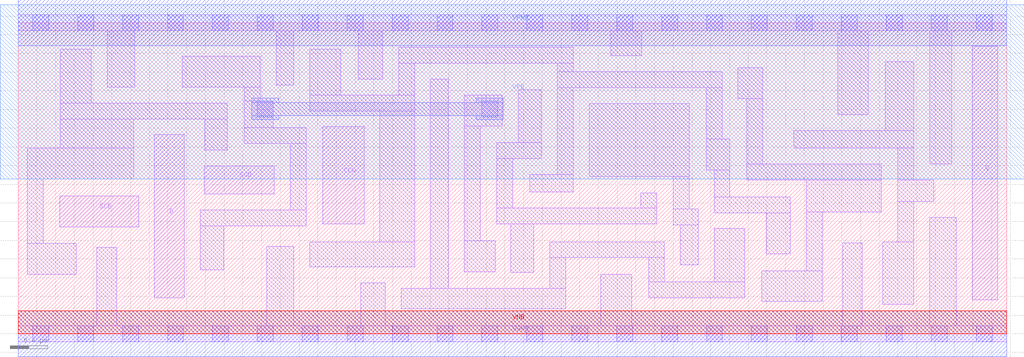
<source format=lef>
# Copyright 2020 The SkyWater PDK Authors
#
# Licensed under the Apache License, Version 2.0 (the "License");
# you may not use this file except in compliance with the License.
# You may obtain a copy of the License at
#
#     https://www.apache.org/licenses/LICENSE-2.0
#
# Unless required by applicable law or agreed to in writing, software
# distributed under the License is distributed on an "AS IS" BASIS,
# WITHOUT WARRANTIES OR CONDITIONS OF ANY KIND, either express or implied.
# See the License for the specific language governing permissions and
# limitations under the License.
#
# SPDX-License-Identifier: Apache-2.0

VERSION 5.7 ;
  NOWIREEXTENSIONATPIN ON ;
  DIVIDERCHAR "/" ;
  BUSBITCHARS "[]" ;
MACRO sky130_fd_sc_lp__sdfxtp_1
  CLASS CORE ;
  FOREIGN sky130_fd_sc_lp__sdfxtp_1 ;
  ORIGIN  0.000000  0.000000 ;
  SIZE  10.56000 BY  3.330000 ;
  SYMMETRY X Y R90 ;
  SITE unit ;
  PIN D
    ANTENNAGATEAREA  0.159000 ;
    DIRECTION INPUT ;
    USE SIGNAL ;
    PORT
      LAYER li1 ;
        RECT 1.455000 0.385000 1.775000 2.130000 ;
    END
  END D
  PIN Q
    ANTENNADIFFAREA  0.556500 ;
    DIRECTION OUTPUT ;
    USE SIGNAL ;
    PORT
      LAYER li1 ;
        RECT 10.195000 0.365000 10.465000 3.075000 ;
    END
  END Q
  PIN SCD
    ANTENNAGATEAREA  0.159000 ;
    DIRECTION INPUT ;
    USE SIGNAL ;
    PORT
      LAYER li1 ;
        RECT 1.985000 1.495000 2.735000 1.795000 ;
    END
  END SCD
  PIN SCE
    ANTENNAGATEAREA  0.318000 ;
    DIRECTION INPUT ;
    USE SIGNAL ;
    PORT
      LAYER li1 ;
        RECT 0.445000 1.145000 1.285000 1.475000 ;
    END
  END SCE
  PIN CLK
    ANTENNAGATEAREA  0.159000 ;
    DIRECTION INPUT ;
    USE CLOCK ;
    PORT
      LAYER li1 ;
        RECT 3.255000 1.175000 3.695000 2.215000 ;
    END
  END CLK
  PIN VGND
    DIRECTION INOUT ;
    USE GROUND ;
    PORT
      LAYER met1 ;
        RECT 0.000000 -0.245000 10.560000 0.245000 ;
    END
  END VGND
  PIN VNB
    DIRECTION INOUT ;
    USE GROUND ;
    PORT
      LAYER pwell ;
        RECT 0.000000 0.000000 10.560000 0.245000 ;
    END
  END VNB
  PIN VPB
    DIRECTION INOUT ;
    USE POWER ;
    PORT
      LAYER nwell ;
        RECT -0.190000 1.655000 10.750000 3.520000 ;
    END
  END VPB
  PIN VPWR
    DIRECTION INOUT ;
    USE POWER ;
    PORT
      LAYER met1 ;
        RECT 0.000000 3.085000 10.560000 3.575000 ;
    END
  END VPWR
  OBS
    LAYER li1 ;
      RECT 0.000000 -0.085000 10.560000 0.085000 ;
      RECT 0.000000  3.245000 10.560000 3.415000 ;
      RECT 0.095000  0.635000  0.620000 0.965000 ;
      RECT 0.095000  0.965000  0.265000 1.655000 ;
      RECT 0.095000  1.655000  1.235000 1.985000 ;
      RECT 0.450000  1.985000  1.235000 2.300000 ;
      RECT 0.450000  2.300000  2.235000 2.470000 ;
      RECT 0.450000  2.470000  0.780000 3.045000 ;
      RECT 0.840000  0.085000  1.050000 0.925000 ;
      RECT 0.950000  2.640000  1.245000 3.245000 ;
      RECT 1.750000  2.640000  2.585000 2.970000 ;
      RECT 1.945000  0.685000  2.195000 1.155000 ;
      RECT 1.945000  1.155000  3.075000 1.325000 ;
      RECT 1.995000  1.965000  2.235000 2.300000 ;
      RECT 2.415000  2.035000  3.075000 2.205000 ;
      RECT 2.415000  2.205000  2.725000 2.490000 ;
      RECT 2.415000  2.490000  2.585000 2.640000 ;
      RECT 2.655000  0.085000  2.945000 0.935000 ;
      RECT 2.755000  2.660000  2.945000 3.245000 ;
      RECT 2.905000  1.325000  3.075000 2.035000 ;
      RECT 3.115000  0.715000  4.235000 0.985000 ;
      RECT 3.115000  2.385000  4.235000 2.555000 ;
      RECT 3.115000  2.555000  3.445000 3.045000 ;
      RECT 3.635000  2.725000  3.895000 3.245000 ;
      RECT 3.660000  0.085000  3.920000 0.545000 ;
      RECT 3.865000  0.985000  4.235000 2.385000 ;
      RECT 4.065000  2.555000  4.235000 2.895000 ;
      RECT 4.065000  2.895000  5.930000 3.065000 ;
      RECT 4.090000  0.265000  5.850000 0.485000 ;
      RECT 4.405000  0.485000  4.595000 2.725000 ;
      RECT 4.765000  0.665000  5.095000 0.995000 ;
      RECT 4.765000  0.995000  4.935000 2.225000 ;
      RECT 4.765000  2.225000  5.170000 2.555000 ;
      RECT 5.115000  1.175000  6.820000 1.345000 ;
      RECT 5.115000  1.345000  5.285000 1.875000 ;
      RECT 5.115000  1.875000  5.590000 2.045000 ;
      RECT 5.265000  0.655000  5.510000 1.175000 ;
      RECT 5.340000  2.045000  5.590000 2.615000 ;
      RECT 5.465000  1.515000  5.930000 1.705000 ;
      RECT 5.680000  0.485000  5.850000 0.815000 ;
      RECT 5.680000  0.815000  6.905000 0.985000 ;
      RECT 5.760000  1.705000  5.930000 2.635000 ;
      RECT 5.760000  2.635000  7.520000 2.805000 ;
      RECT 5.760000  2.805000  5.930000 2.895000 ;
      RECT 6.100000  1.685000  7.170000 2.465000 ;
      RECT 6.225000  0.085000  6.555000 0.635000 ;
      RECT 6.330000  2.975000  6.660000 3.245000 ;
      RECT 6.650000  1.345000  6.820000 1.505000 ;
      RECT 6.735000  0.385000  7.765000 0.555000 ;
      RECT 6.735000  0.555000  6.905000 0.815000 ;
      RECT 7.000000  1.165000  7.265000 1.335000 ;
      RECT 7.000000  1.335000  7.170000 1.685000 ;
      RECT 7.075000  0.735000  7.265000 1.165000 ;
      RECT 7.350000  1.755000  7.605000 2.085000 ;
      RECT 7.350000  2.085000  7.520000 2.635000 ;
      RECT 7.435000  0.555000  7.765000 1.125000 ;
      RECT 7.435000  1.295000  8.250000 1.465000 ;
      RECT 7.435000  1.465000  7.605000 1.755000 ;
      RECT 7.690000  2.515000  7.955000 2.845000 ;
      RECT 7.785000  1.645000  9.220000 1.815000 ;
      RECT 7.785000  1.815000  7.955000 2.515000 ;
      RECT 7.945000  0.345000  8.590000 0.675000 ;
      RECT 7.990000  0.855000  8.250000 1.295000 ;
      RECT 8.285000  1.985000  9.570000 2.175000 ;
      RECT 8.420000  0.675000  8.590000 1.305000 ;
      RECT 8.420000  1.305000  9.220000 1.645000 ;
      RECT 8.755000  2.345000  9.085000 3.245000 ;
      RECT 8.810000  0.085000  9.020000 0.975000 ;
      RECT 9.240000  0.315000  9.570000 0.985000 ;
      RECT 9.265000  2.175000  9.570000 2.910000 ;
      RECT 9.400000  0.985000  9.570000 1.415000 ;
      RECT 9.400000  1.415000  9.780000 1.645000 ;
      RECT 9.400000  1.645000  9.570000 1.985000 ;
      RECT 9.740000  0.085000 10.025000 1.245000 ;
      RECT 9.740000  1.815000  9.975000 3.245000 ;
    LAYER mcon ;
      RECT  0.155000 -0.085000  0.325000 0.085000 ;
      RECT  0.155000  3.245000  0.325000 3.415000 ;
      RECT  0.635000 -0.085000  0.805000 0.085000 ;
      RECT  0.635000  3.245000  0.805000 3.415000 ;
      RECT  1.115000 -0.085000  1.285000 0.085000 ;
      RECT  1.115000  3.245000  1.285000 3.415000 ;
      RECT  1.595000 -0.085000  1.765000 0.085000 ;
      RECT  1.595000  3.245000  1.765000 3.415000 ;
      RECT  2.075000 -0.085000  2.245000 0.085000 ;
      RECT  2.075000  3.245000  2.245000 3.415000 ;
      RECT  2.555000 -0.085000  2.725000 0.085000 ;
      RECT  2.555000  2.320000  2.725000 2.490000 ;
      RECT  2.555000  3.245000  2.725000 3.415000 ;
      RECT  3.035000 -0.085000  3.205000 0.085000 ;
      RECT  3.035000  3.245000  3.205000 3.415000 ;
      RECT  3.515000 -0.085000  3.685000 0.085000 ;
      RECT  3.515000  3.245000  3.685000 3.415000 ;
      RECT  3.995000 -0.085000  4.165000 0.085000 ;
      RECT  3.995000  3.245000  4.165000 3.415000 ;
      RECT  4.475000 -0.085000  4.645000 0.085000 ;
      RECT  4.475000  3.245000  4.645000 3.415000 ;
      RECT  4.955000 -0.085000  5.125000 0.085000 ;
      RECT  4.955000  2.320000  5.125000 2.490000 ;
      RECT  4.955000  3.245000  5.125000 3.415000 ;
      RECT  5.435000 -0.085000  5.605000 0.085000 ;
      RECT  5.435000  3.245000  5.605000 3.415000 ;
      RECT  5.915000 -0.085000  6.085000 0.085000 ;
      RECT  5.915000  3.245000  6.085000 3.415000 ;
      RECT  6.395000 -0.085000  6.565000 0.085000 ;
      RECT  6.395000  3.245000  6.565000 3.415000 ;
      RECT  6.875000 -0.085000  7.045000 0.085000 ;
      RECT  6.875000  3.245000  7.045000 3.415000 ;
      RECT  7.355000 -0.085000  7.525000 0.085000 ;
      RECT  7.355000  3.245000  7.525000 3.415000 ;
      RECT  7.835000 -0.085000  8.005000 0.085000 ;
      RECT  7.835000  3.245000  8.005000 3.415000 ;
      RECT  8.315000 -0.085000  8.485000 0.085000 ;
      RECT  8.315000  3.245000  8.485000 3.415000 ;
      RECT  8.795000 -0.085000  8.965000 0.085000 ;
      RECT  8.795000  3.245000  8.965000 3.415000 ;
      RECT  9.275000 -0.085000  9.445000 0.085000 ;
      RECT  9.275000  3.245000  9.445000 3.415000 ;
      RECT  9.755000 -0.085000  9.925000 0.085000 ;
      RECT  9.755000  3.245000  9.925000 3.415000 ;
      RECT 10.235000 -0.085000 10.405000 0.085000 ;
      RECT 10.235000  3.245000 10.405000 3.415000 ;
    LAYER met1 ;
      RECT 2.495000 2.290000 2.785000 2.335000 ;
      RECT 2.495000 2.335000 5.185000 2.475000 ;
      RECT 2.495000 2.475000 2.785000 2.520000 ;
      RECT 4.895000 2.290000 5.185000 2.335000 ;
      RECT 4.895000 2.475000 5.185000 2.520000 ;
  END
END sky130_fd_sc_lp__sdfxtp_1
END LIBRARY

</source>
